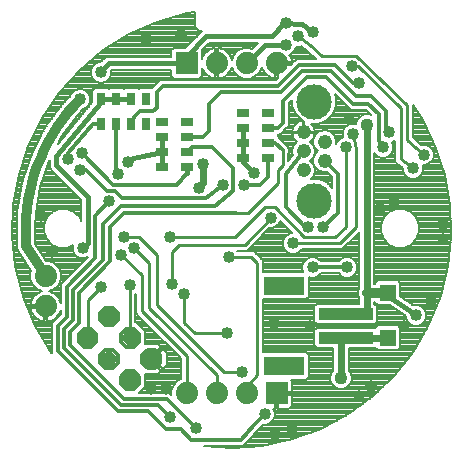
<source format=gbl>
G75*
G70*
%OFA0B0*%
%FSLAX24Y24*%
%IPPOS*%
%LPD*%
%AMOC8*
5,1,8,0,0,1.08239X$1,22.5*
%
%ADD10C,0.0740*%
%ADD11R,0.1811X0.0394*%
%ADD12R,0.1339X0.0630*%
%ADD13R,0.0551X0.0551*%
%ADD14C,0.0148*%
%ADD15C,0.0476*%
%ADD16C,0.1181*%
%ADD17R,0.0433X0.0295*%
%ADD18R,0.0295X0.0433*%
%ADD19R,0.0740X0.0740*%
%ADD20C,0.0400*%
%ADD21C,0.0160*%
%ADD22C,0.0082*%
%ADD23C,0.0100*%
%ADD24C,0.0240*%
%ADD25C,0.0436*%
%ADD26C,0.0320*%
%ADD27C,0.0120*%
D10*
X026000Y023000D03*
X027000Y023000D03*
X028000Y023000D03*
X021300Y025900D03*
X021300Y026900D03*
X027000Y034000D03*
X028000Y034000D03*
X029000Y034000D03*
D11*
X031307Y025644D03*
X031307Y024856D03*
D12*
X029259Y023911D03*
X029259Y026589D03*
D13*
X032700Y026348D03*
X032700Y024852D03*
D14*
X024870Y023922D02*
X024944Y023848D01*
X024698Y023848D01*
X024526Y024020D01*
X024526Y024266D01*
X024698Y024438D01*
X024944Y024438D01*
X025116Y024266D01*
X025116Y024020D01*
X024944Y023848D01*
X024898Y023959D01*
X024744Y023959D01*
X024637Y024066D01*
X024637Y024220D01*
X024744Y024327D01*
X024898Y024327D01*
X025005Y024220D01*
X025005Y024066D01*
X024898Y023959D01*
X024852Y024070D01*
X024790Y024070D01*
X024748Y024112D01*
X024748Y024174D01*
X024790Y024216D01*
X024852Y024216D01*
X024894Y024174D01*
X024894Y024112D01*
X024852Y024070D01*
X024163Y023215D02*
X024237Y023141D01*
X023991Y023141D01*
X023819Y023313D01*
X023819Y023559D01*
X023991Y023731D01*
X024237Y023731D01*
X024409Y023559D01*
X024409Y023313D01*
X024237Y023141D01*
X024191Y023252D01*
X024037Y023252D01*
X023930Y023359D01*
X023930Y023513D01*
X024037Y023620D01*
X024191Y023620D01*
X024298Y023513D01*
X024298Y023359D01*
X024191Y023252D01*
X024145Y023363D01*
X024083Y023363D01*
X024041Y023405D01*
X024041Y023467D01*
X024083Y023509D01*
X024145Y023509D01*
X024187Y023467D01*
X024187Y023405D01*
X024145Y023363D01*
X023456Y023922D02*
X023530Y023848D01*
X023284Y023848D01*
X023112Y024020D01*
X023112Y024266D01*
X023284Y024438D01*
X023530Y024438D01*
X023702Y024266D01*
X023702Y024020D01*
X023530Y023848D01*
X023484Y023959D01*
X023330Y023959D01*
X023223Y024066D01*
X023223Y024220D01*
X023330Y024327D01*
X023484Y024327D01*
X023591Y024220D01*
X023591Y024066D01*
X023484Y023959D01*
X023438Y024070D01*
X023376Y024070D01*
X023334Y024112D01*
X023334Y024174D01*
X023376Y024216D01*
X023438Y024216D01*
X023480Y024174D01*
X023480Y024112D01*
X023438Y024070D01*
X024163Y024629D02*
X024237Y024555D01*
X023991Y024555D01*
X023819Y024727D01*
X023819Y024973D01*
X023991Y025145D01*
X024237Y025145D01*
X024409Y024973D01*
X024409Y024727D01*
X024237Y024555D01*
X024191Y024666D01*
X024037Y024666D01*
X023930Y024773D01*
X023930Y024927D01*
X024037Y025034D01*
X024191Y025034D01*
X024298Y024927D01*
X024298Y024773D01*
X024191Y024666D01*
X024145Y024777D01*
X024083Y024777D01*
X024041Y024819D01*
X024041Y024881D01*
X024083Y024923D01*
X024145Y024923D01*
X024187Y024881D01*
X024187Y024819D01*
X024145Y024777D01*
X023456Y025336D02*
X023530Y025262D01*
X023284Y025262D01*
X023112Y025434D01*
X023112Y025680D01*
X023284Y025852D01*
X023530Y025852D01*
X023702Y025680D01*
X023702Y025434D01*
X023530Y025262D01*
X023484Y025373D01*
X023330Y025373D01*
X023223Y025480D01*
X023223Y025634D01*
X023330Y025741D01*
X023484Y025741D01*
X023591Y025634D01*
X023591Y025480D01*
X023484Y025373D01*
X023438Y025484D01*
X023376Y025484D01*
X023334Y025526D01*
X023334Y025588D01*
X023376Y025630D01*
X023438Y025630D01*
X023480Y025588D01*
X023480Y025526D01*
X023438Y025484D01*
X022749Y024629D02*
X022823Y024555D01*
X022577Y024555D01*
X022405Y024727D01*
X022405Y024973D01*
X022577Y025145D01*
X022823Y025145D01*
X022995Y024973D01*
X022995Y024727D01*
X022823Y024555D01*
X022777Y024666D01*
X022623Y024666D01*
X022516Y024773D01*
X022516Y024927D01*
X022623Y025034D01*
X022777Y025034D01*
X022884Y024927D01*
X022884Y024773D01*
X022777Y024666D01*
X022731Y024777D01*
X022669Y024777D01*
X022627Y024819D01*
X022627Y024881D01*
X022669Y024923D01*
X022731Y024923D01*
X022773Y024881D01*
X022773Y024819D01*
X022731Y024777D01*
D15*
X029896Y030440D03*
X030604Y030755D03*
X029896Y031070D03*
X029896Y031700D03*
X030604Y031385D03*
D16*
X030250Y032724D03*
X030250Y029416D03*
D17*
X028721Y030850D03*
X027879Y030850D03*
X027879Y031350D03*
X027879Y031850D03*
X027879Y032350D03*
X028721Y032350D03*
X028721Y031850D03*
X028721Y031350D03*
X026021Y031550D03*
X026021Y031050D03*
X026021Y030550D03*
X025179Y030550D03*
X025179Y031050D03*
X025179Y031550D03*
X025179Y032050D03*
X026021Y032050D03*
D18*
X024650Y031979D03*
X024150Y031979D03*
X023650Y031979D03*
X023150Y031979D03*
X023150Y032821D03*
X023650Y032821D03*
X024150Y032821D03*
X024650Y032821D03*
D19*
X026000Y034000D03*
X029000Y023000D03*
D20*
X028600Y022300D03*
X028950Y021650D03*
X029500Y021800D03*
X031750Y022900D03*
X032150Y023250D03*
X033250Y025250D03*
X033650Y025600D03*
X034150Y026050D03*
X034550Y028150D03*
X034550Y028650D03*
X032900Y029400D03*
X032450Y029150D03*
X033550Y030500D03*
X033900Y030950D03*
X032550Y031200D03*
X032750Y031700D03*
X031550Y031650D03*
X031300Y031200D03*
X031400Y032150D03*
X031750Y033350D03*
X031500Y033900D03*
X030200Y035050D03*
X029700Y034900D03*
X029300Y034600D03*
X029300Y035350D03*
X025800Y034950D03*
X024650Y034800D03*
X023150Y033700D03*
X022450Y032800D03*
X022500Y031000D03*
X022050Y030800D03*
X022450Y030450D03*
X023700Y030300D03*
X024050Y030700D03*
X023400Y029400D03*
X023900Y028200D03*
X024250Y027850D03*
X023800Y027600D03*
X024100Y026600D03*
X023150Y026550D03*
X022539Y027839D03*
X021500Y027700D03*
X021150Y028900D03*
X025450Y028200D03*
X025500Y026650D03*
X025913Y026300D03*
X027350Y025000D03*
X027850Y023700D03*
X028900Y025350D03*
X030100Y025250D03*
X030200Y027200D03*
X029550Y028000D03*
X030050Y028550D03*
X030550Y028550D03*
X028800Y028850D03*
X027900Y029950D03*
X028250Y030350D03*
X027200Y029950D03*
X026400Y029850D03*
X026550Y030650D03*
X027400Y027550D03*
X031350Y027200D03*
X025300Y023150D03*
X024800Y023150D03*
X025450Y022200D03*
X026300Y021850D03*
D21*
X032000Y025644D02*
X032000Y026348D01*
X032700Y026348D02*
X032700Y026250D01*
X033650Y025600D01*
X028250Y030350D02*
X027879Y030721D01*
X027879Y030850D01*
X027879Y031350D01*
X027879Y031850D01*
X026021Y030550D02*
X026021Y030350D01*
X025179Y030550D02*
X025179Y031050D01*
X024200Y030850D01*
X024050Y030700D01*
X025179Y031050D02*
X025179Y031550D01*
X024150Y032821D02*
X023650Y032821D01*
X023150Y032821D01*
X023150Y032700D01*
X021650Y030900D01*
X021650Y030600D01*
X022700Y029550D01*
X022700Y028000D01*
X022539Y027839D01*
X023150Y033700D02*
X023150Y033750D01*
X023400Y034000D01*
X026000Y034000D01*
X026000Y034250D01*
X026650Y034900D01*
X028850Y034900D01*
X029250Y035350D01*
X029850Y035300D01*
X030200Y035050D01*
X029300Y034600D02*
X028600Y034600D01*
X028000Y034000D01*
D22*
X028170Y034483D02*
X028102Y034511D01*
X027898Y034511D01*
X027711Y034433D01*
X027567Y034289D01*
X027498Y034122D01*
X027474Y034196D01*
X027437Y034268D01*
X027390Y034333D01*
X027333Y034390D01*
X027268Y034437D01*
X027196Y034474D01*
X027120Y034498D01*
X027041Y034511D01*
X027041Y034041D01*
X026959Y034041D01*
X026959Y034511D01*
X026880Y034498D01*
X026804Y034474D01*
X026732Y034437D01*
X026667Y034390D01*
X026610Y034333D01*
X026563Y034268D01*
X026526Y034196D01*
X026511Y034149D01*
X026511Y034428D01*
X026501Y034438D01*
X026742Y034679D01*
X028366Y034679D01*
X028170Y034483D01*
X028178Y034490D02*
X028152Y034490D01*
X028258Y034571D02*
X026633Y034571D01*
X026714Y034651D02*
X028339Y034651D01*
X027848Y034490D02*
X027145Y034490D01*
X027041Y034490D02*
X026959Y034490D01*
X026959Y034410D02*
X027041Y034410D01*
X027041Y034329D02*
X026959Y034329D01*
X026959Y034249D02*
X027041Y034249D01*
X027041Y034168D02*
X026959Y034168D01*
X026959Y034088D02*
X027041Y034088D01*
X027041Y033959D02*
X027041Y033489D01*
X027120Y033502D01*
X027196Y033526D01*
X027268Y033563D01*
X027333Y033610D01*
X027390Y033667D01*
X027437Y033732D01*
X027474Y033804D01*
X027498Y033878D01*
X027567Y033711D01*
X027711Y033567D01*
X027898Y033489D01*
X028102Y033489D01*
X028289Y033567D01*
X028433Y033711D01*
X028502Y033878D01*
X028526Y033804D01*
X028563Y033732D01*
X028610Y033667D01*
X028667Y033610D01*
X028732Y033563D01*
X028804Y033526D01*
X028880Y033502D01*
X028959Y033489D01*
X028959Y033959D01*
X029041Y033959D01*
X029041Y034041D01*
X029511Y034041D01*
X029498Y034120D01*
X029474Y034196D01*
X029437Y034268D01*
X029426Y034283D01*
X029493Y034311D01*
X029589Y034407D01*
X029641Y034532D01*
X029641Y034559D01*
X029768Y034559D01*
X029812Y034577D01*
X029980Y034452D01*
X030323Y034151D01*
X029667Y034151D01*
X029549Y034033D01*
X029475Y033959D01*
X029041Y033959D01*
X029041Y033525D01*
X028967Y033451D01*
X025117Y033451D01*
X024999Y033333D01*
X024845Y033179D01*
X024444Y033179D01*
X024400Y033135D01*
X024356Y033179D01*
X023944Y033179D01*
X023900Y033135D01*
X023856Y033179D01*
X023444Y033179D01*
X023400Y033135D01*
X023356Y033179D01*
X022944Y033179D01*
X022861Y033096D01*
X022861Y032699D01*
X021706Y031313D01*
X021821Y031534D01*
X022354Y032257D01*
X022559Y032476D01*
X022643Y032511D01*
X022739Y032607D01*
X022791Y032732D01*
X022791Y032868D01*
X022739Y032993D01*
X022643Y033089D01*
X022518Y033141D01*
X022382Y033141D01*
X022257Y033089D01*
X022161Y032993D01*
X022122Y032899D01*
X021884Y032664D01*
X021293Y031862D01*
X020835Y030978D01*
X020519Y030033D01*
X020354Y029051D01*
X020350Y028611D01*
X020349Y028610D01*
X020349Y028552D01*
X020348Y028493D01*
X020349Y028492D01*
X020349Y027932D01*
X020343Y027904D01*
X020349Y027872D01*
X020349Y027840D01*
X020360Y027814D01*
X020365Y027786D01*
X020383Y027759D01*
X020395Y027729D01*
X020415Y027709D01*
X020822Y027082D01*
X020789Y027002D01*
X020789Y026798D01*
X020867Y026611D01*
X021011Y026467D01*
X021178Y026398D01*
X021104Y026374D01*
X021032Y026337D01*
X020967Y026290D01*
X020910Y026233D01*
X020863Y026168D01*
X020826Y026096D01*
X020802Y026020D01*
X020789Y025941D01*
X021259Y025941D01*
X021259Y025859D01*
X021341Y025859D01*
X021341Y025389D01*
X021420Y025402D01*
X021496Y025426D01*
X021568Y025463D01*
X021633Y025510D01*
X021690Y025567D01*
X021737Y025632D01*
X021774Y025704D01*
X021798Y025780D01*
X021799Y025784D01*
X021799Y025633D01*
X021499Y025333D01*
X021499Y024330D01*
X021431Y024416D01*
X020921Y025302D01*
X020539Y026250D01*
X020293Y027243D01*
X020188Y028259D01*
X020225Y029281D01*
X020404Y030287D01*
X020722Y031259D01*
X021172Y032177D01*
X021745Y033023D01*
X022431Y033781D01*
X023216Y034436D01*
X024084Y034976D01*
X025019Y035389D01*
X026002Y035668D01*
X026289Y035718D01*
X026289Y035196D01*
X026401Y035085D01*
X026522Y035085D01*
X025948Y034511D01*
X025572Y034511D01*
X025489Y034428D01*
X025489Y034221D01*
X023308Y034221D01*
X023128Y034041D01*
X023082Y034041D01*
X022957Y033989D01*
X022861Y033893D01*
X022809Y033768D01*
X022809Y033632D01*
X022861Y033507D01*
X022957Y033411D01*
X023082Y033359D01*
X023218Y033359D01*
X023343Y033411D01*
X023439Y033507D01*
X023491Y033632D01*
X023491Y033768D01*
X023488Y033775D01*
X023492Y033779D01*
X025489Y033779D01*
X025489Y033572D01*
X025572Y033489D01*
X026428Y033489D01*
X026511Y033572D01*
X026511Y033851D01*
X026526Y033804D01*
X026563Y033732D01*
X026610Y033667D01*
X026667Y033610D01*
X026732Y033563D01*
X026804Y033526D01*
X026880Y033502D01*
X026959Y033489D01*
X026959Y033959D01*
X027041Y033959D01*
X027041Y033927D02*
X026959Y033927D01*
X026959Y033846D02*
X027041Y033846D01*
X027041Y033766D02*
X026959Y033766D01*
X026959Y033685D02*
X027041Y033685D01*
X027041Y033605D02*
X026959Y033605D01*
X026959Y033524D02*
X027041Y033524D01*
X027189Y033524D02*
X027814Y033524D01*
X027673Y033605D02*
X027325Y033605D01*
X027403Y033685D02*
X027592Y033685D01*
X027544Y033766D02*
X027454Y033766D01*
X027487Y033846D02*
X027511Y033846D01*
X027517Y034168D02*
X027483Y034168D01*
X027447Y034249D02*
X027550Y034249D01*
X027606Y034329D02*
X027393Y034329D01*
X027306Y034410D02*
X027687Y034410D01*
X028489Y033846D02*
X028513Y033846D01*
X028546Y033766D02*
X028456Y033766D01*
X028408Y033685D02*
X028597Y033685D01*
X028675Y033605D02*
X028327Y033605D01*
X028186Y033524D02*
X028811Y033524D01*
X028959Y033524D02*
X029040Y033524D01*
X029041Y033605D02*
X028959Y033605D01*
X028959Y033685D02*
X029041Y033685D01*
X029041Y033766D02*
X028959Y033766D01*
X028959Y033846D02*
X029041Y033846D01*
X029041Y033927D02*
X028959Y033927D01*
X029041Y034007D02*
X029523Y034007D01*
X029503Y034088D02*
X029603Y034088D01*
X029483Y034168D02*
X030304Y034168D01*
X030212Y034249D02*
X029447Y034249D01*
X029511Y034329D02*
X030120Y034329D01*
X030028Y034410D02*
X029590Y034410D01*
X029624Y034490D02*
X029928Y034490D01*
X029821Y034571D02*
X029796Y034571D01*
X029518Y032784D02*
X029401Y032667D01*
X029401Y031917D01*
X029283Y031799D01*
X029133Y031649D01*
X029079Y031649D01*
X029079Y031644D01*
X029035Y031600D01*
X029079Y031556D01*
X029079Y031505D01*
X029401Y031183D01*
X029401Y031017D01*
X029391Y031007D01*
X029391Y030760D01*
X029538Y030944D01*
X029517Y030995D01*
X029517Y031145D01*
X029574Y031285D01*
X029679Y031389D01*
X029654Y031405D01*
X029601Y031458D01*
X029560Y031520D01*
X029531Y031589D01*
X029517Y031663D01*
X029517Y031682D01*
X029878Y031682D01*
X029878Y031718D01*
X029878Y032079D01*
X029858Y032079D01*
X029785Y032064D01*
X029716Y032036D01*
X029654Y031994D01*
X029601Y031942D01*
X029560Y031879D01*
X029531Y031811D01*
X029517Y031737D01*
X029517Y031718D01*
X029878Y031718D01*
X029914Y031718D01*
X030275Y031718D01*
X030275Y031737D01*
X030260Y031811D01*
X030232Y031879D01*
X030190Y031942D01*
X030140Y031992D01*
X030396Y031992D01*
X030664Y032103D01*
X030870Y032309D01*
X030982Y032578D01*
X030982Y032869D01*
X030935Y032980D01*
X031349Y032567D01*
X031467Y032449D01*
X031967Y032449D01*
X032132Y032284D01*
X032071Y032309D01*
X031929Y032309D01*
X031797Y032254D01*
X031696Y032153D01*
X031641Y032021D01*
X031641Y031981D01*
X031618Y031991D01*
X031482Y031991D01*
X031357Y031939D01*
X031261Y031843D01*
X031209Y031718D01*
X031209Y031582D01*
X031227Y031539D01*
X031107Y031489D01*
X031011Y031393D01*
X030983Y031327D01*
X030983Y031460D01*
X030926Y031600D01*
X030819Y031706D01*
X030680Y031764D01*
X030529Y031764D01*
X030390Y031706D01*
X030283Y031600D01*
X030225Y031460D01*
X030225Y031310D01*
X030283Y031170D01*
X030383Y031070D01*
X030283Y030970D01*
X030225Y030830D01*
X030225Y030680D01*
X030283Y030540D01*
X030390Y030434D01*
X030529Y030376D01*
X030680Y030376D01*
X030693Y030382D01*
X030849Y030226D01*
X030849Y029852D01*
X030664Y030037D01*
X030396Y030148D01*
X030140Y030148D01*
X030217Y030225D01*
X030275Y030365D01*
X030275Y030515D01*
X030217Y030655D01*
X030117Y030755D01*
X030217Y030855D01*
X030275Y030995D01*
X030275Y031145D01*
X030217Y031285D01*
X030113Y031389D01*
X030137Y031405D01*
X030190Y031458D01*
X030232Y031520D01*
X030260Y031589D01*
X030275Y031663D01*
X030275Y031682D01*
X029914Y031682D01*
X029914Y031718D01*
X029914Y032071D01*
X029836Y032103D01*
X029630Y032309D01*
X029518Y032578D01*
X029518Y032784D01*
X029518Y032719D02*
X029453Y032719D01*
X029401Y032639D02*
X029518Y032639D01*
X029527Y032558D02*
X029401Y032558D01*
X029401Y032478D02*
X029560Y032478D01*
X029593Y032397D02*
X029401Y032397D01*
X029401Y032317D02*
X029627Y032317D01*
X029703Y032236D02*
X029401Y032236D01*
X029401Y032156D02*
X029783Y032156D01*
X029839Y032075D02*
X029401Y032075D01*
X029401Y031995D02*
X029654Y031995D01*
X029583Y031914D02*
X029398Y031914D01*
X029318Y031834D02*
X029541Y031834D01*
X029520Y031753D02*
X029237Y031753D01*
X029157Y031673D02*
X029517Y031673D01*
X029531Y031592D02*
X029043Y031592D01*
X029079Y031512D02*
X029566Y031512D01*
X029628Y031431D02*
X029153Y031431D01*
X029234Y031351D02*
X029640Y031351D01*
X029568Y031270D02*
X029314Y031270D01*
X029395Y031190D02*
X029535Y031190D01*
X029517Y031109D02*
X029401Y031109D01*
X029401Y031029D02*
X029517Y031029D01*
X029536Y030948D02*
X029391Y030948D01*
X029391Y030868D02*
X029477Y030868D01*
X029412Y030787D02*
X029391Y030787D01*
X030149Y030787D02*
X030225Y030787D01*
X030225Y030707D02*
X030165Y030707D01*
X030229Y030626D02*
X030247Y030626D01*
X030262Y030546D02*
X030281Y030546D01*
X030275Y030465D02*
X030358Y030465D01*
X030275Y030385D02*
X030508Y030385D01*
X030407Y030143D02*
X030849Y030143D01*
X030849Y030063D02*
X030602Y030063D01*
X030719Y029982D02*
X030849Y029982D01*
X030849Y029902D02*
X030799Y029902D01*
X030849Y030224D02*
X030215Y030224D01*
X030250Y030304D02*
X030771Y030304D01*
X030241Y030868D02*
X030222Y030868D01*
X030256Y030948D02*
X030274Y030948D01*
X030275Y031029D02*
X030342Y031029D01*
X030344Y031109D02*
X030275Y031109D01*
X030275Y031190D02*
X030256Y031190D01*
X030242Y031270D02*
X030223Y031270D01*
X030225Y031351D02*
X030151Y031351D01*
X030163Y031431D02*
X030225Y031431D01*
X030226Y031512D02*
X030246Y031512D01*
X030261Y031592D02*
X030280Y031592D01*
X030275Y031673D02*
X030356Y031673D01*
X030272Y031753D02*
X030502Y031753D01*
X030706Y031753D02*
X031224Y031753D01*
X031209Y031673D02*
X030853Y031673D01*
X030929Y031592D02*
X031209Y031592D01*
X031161Y031512D02*
X030962Y031512D01*
X030983Y031431D02*
X031049Y031431D01*
X030993Y031351D02*
X030983Y031351D01*
X031257Y031834D02*
X030251Y031834D01*
X030209Y031914D02*
X031332Y031914D01*
X031641Y031995D02*
X030402Y031995D01*
X030596Y032075D02*
X031663Y032075D01*
X031698Y032156D02*
X030717Y032156D01*
X030797Y032236D02*
X031778Y032236D01*
X032019Y032397D02*
X030907Y032397D01*
X030940Y032478D02*
X031438Y032478D01*
X031358Y032558D02*
X030973Y032558D01*
X030982Y032639D02*
X031277Y032639D01*
X031197Y032719D02*
X030982Y032719D01*
X030982Y032800D02*
X031116Y032800D01*
X031036Y032880D02*
X030977Y032880D01*
X030955Y032961D02*
X030944Y032961D01*
X030873Y032317D02*
X032099Y032317D01*
X032848Y031372D02*
X032943Y031411D01*
X032959Y031427D01*
X032959Y030864D01*
X032950Y030851D01*
X032959Y030786D01*
X032959Y030721D01*
X032970Y030710D01*
X032972Y030695D01*
X033025Y030655D01*
X033071Y030609D01*
X033086Y030609D01*
X033209Y030517D01*
X033209Y030432D01*
X033261Y030307D01*
X033357Y030211D01*
X033482Y030159D01*
X033618Y030159D01*
X033743Y030211D01*
X033839Y030307D01*
X033891Y030432D01*
X033891Y030568D01*
X033874Y030609D01*
X033968Y030609D01*
X034093Y030661D01*
X034189Y030757D01*
X034241Y030882D01*
X034241Y031018D01*
X034189Y031143D01*
X034093Y031239D01*
X033968Y031291D01*
X033832Y031291D01*
X033816Y031284D01*
X033541Y031534D01*
X033541Y032523D01*
X033542Y032524D01*
X033541Y032601D01*
X033541Y032612D01*
X033836Y032177D01*
X034286Y031259D01*
X034603Y030287D01*
X034783Y029281D01*
X034820Y028259D01*
X034714Y027243D01*
X034468Y026250D01*
X034087Y025302D01*
X033576Y024416D01*
X032948Y023610D01*
X032213Y022900D01*
X031386Y022298D01*
X030484Y021818D01*
X029524Y021468D01*
X028524Y021255D01*
X027504Y021184D01*
X026574Y021249D01*
X027723Y021249D01*
X027727Y021245D01*
X027805Y021249D01*
X027883Y021249D01*
X027888Y021253D01*
X027894Y021254D01*
X027946Y021312D01*
X028001Y021367D01*
X028001Y021373D01*
X028396Y021812D01*
X028543Y021959D01*
X028668Y021959D01*
X028793Y022011D01*
X028889Y022107D01*
X028941Y022232D01*
X028941Y022368D01*
X028891Y022489D01*
X028959Y022489D01*
X028959Y022959D01*
X029041Y022959D01*
X029041Y023041D01*
X029511Y023041D01*
X029511Y023389D01*
X029501Y023424D01*
X029483Y023455D01*
X029987Y023455D01*
X030070Y023538D01*
X030070Y024285D01*
X029987Y024367D01*
X028541Y024367D01*
X028541Y026133D01*
X029987Y026133D01*
X030070Y026215D01*
X030070Y026885D01*
X030132Y026859D01*
X030268Y026859D01*
X030393Y026911D01*
X030481Y026999D01*
X031069Y026999D01*
X031157Y026911D01*
X031282Y026859D01*
X031418Y026859D01*
X031543Y026911D01*
X031639Y027007D01*
X031691Y027132D01*
X031691Y027268D01*
X031639Y027393D01*
X031543Y027489D01*
X031418Y027541D01*
X031282Y027541D01*
X031157Y027489D01*
X031069Y027401D01*
X030481Y027401D01*
X030393Y027489D01*
X030268Y027541D01*
X030132Y027541D01*
X030007Y027489D01*
X029911Y027393D01*
X029859Y027268D01*
X029859Y027132D01*
X029895Y027045D01*
X028541Y027045D01*
X028541Y027429D01*
X028341Y027629D01*
X028229Y027741D01*
X027690Y027741D01*
X027689Y027743D01*
X027673Y027759D01*
X027874Y027759D01*
X027876Y027757D01*
X027953Y027759D01*
X028029Y027759D01*
X028031Y027761D01*
X028035Y027761D01*
X028087Y027817D01*
X028141Y027871D01*
X028141Y027874D01*
X028741Y028509D01*
X028868Y028509D01*
X028993Y028561D01*
X029089Y028657D01*
X029124Y028740D01*
X029503Y028341D01*
X029482Y028341D01*
X029357Y028289D01*
X029261Y028193D01*
X029209Y028068D01*
X029209Y027932D01*
X029261Y027807D01*
X029357Y027711D01*
X029482Y027659D01*
X029618Y027659D01*
X029743Y027711D01*
X029839Y027807D01*
X029840Y027809D01*
X031179Y027809D01*
X031729Y028359D01*
X031739Y028369D01*
X031739Y026504D01*
X031699Y026408D01*
X031699Y026288D01*
X031739Y026192D01*
X031739Y025982D01*
X030343Y025982D01*
X030260Y025899D01*
X030260Y025388D01*
X030343Y025306D01*
X032271Y025306D01*
X032353Y025388D01*
X032353Y025899D01*
X032271Y025982D01*
X032261Y025982D01*
X032261Y026047D01*
X032283Y026047D01*
X032283Y026014D01*
X032366Y025931D01*
X032774Y025931D01*
X033309Y025566D01*
X033309Y025532D01*
X033361Y025407D01*
X033457Y025311D01*
X033582Y025259D01*
X033718Y025259D01*
X033843Y025311D01*
X033939Y025407D01*
X033991Y025532D01*
X033991Y025668D01*
X033939Y025793D01*
X033843Y025889D01*
X033718Y025941D01*
X033582Y025941D01*
X033558Y025931D01*
X033117Y026233D01*
X033117Y026682D01*
X033034Y026765D01*
X032366Y026765D01*
X032283Y026682D01*
X032283Y026649D01*
X032261Y026649D01*
X032261Y031007D01*
X032357Y030911D01*
X032482Y030859D01*
X032618Y030859D01*
X032743Y030911D01*
X032839Y031007D01*
X032891Y031132D01*
X032891Y031268D01*
X032848Y031372D01*
X032857Y031351D02*
X032959Y031351D01*
X032959Y031270D02*
X032890Y031270D01*
X032891Y031190D02*
X032959Y031190D01*
X032959Y031109D02*
X032881Y031109D01*
X032848Y031029D02*
X032959Y031029D01*
X032959Y030948D02*
X032780Y030948D01*
X032639Y030868D02*
X032959Y030868D01*
X032959Y030787D02*
X032261Y030787D01*
X032261Y030707D02*
X032970Y030707D01*
X033054Y030626D02*
X032261Y030626D01*
X032261Y030546D02*
X033171Y030546D01*
X033209Y030465D02*
X032261Y030465D01*
X032261Y030385D02*
X033229Y030385D01*
X033264Y030304D02*
X032261Y030304D01*
X032261Y030224D02*
X033344Y030224D01*
X033756Y030224D02*
X034615Y030224D01*
X034598Y030304D02*
X033836Y030304D01*
X033871Y030385D02*
X034572Y030385D01*
X034545Y030465D02*
X033891Y030465D01*
X033891Y030546D02*
X034519Y030546D01*
X034493Y030626D02*
X034009Y030626D01*
X034139Y030707D02*
X034466Y030707D01*
X034440Y030787D02*
X034202Y030787D01*
X034235Y030868D02*
X034414Y030868D01*
X034387Y030948D02*
X034241Y030948D01*
X034237Y031029D02*
X034361Y031029D01*
X034335Y031109D02*
X034203Y031109D01*
X034143Y031190D02*
X034308Y031190D01*
X034280Y031270D02*
X034018Y031270D01*
X034241Y031351D02*
X033743Y031351D01*
X033655Y031431D02*
X034201Y031431D01*
X034162Y031512D02*
X033566Y031512D01*
X033541Y031592D02*
X034122Y031592D01*
X034083Y031673D02*
X033541Y031673D01*
X033541Y031753D02*
X034044Y031753D01*
X034004Y031834D02*
X033541Y031834D01*
X033541Y031914D02*
X033965Y031914D01*
X033925Y031995D02*
X033541Y031995D01*
X033541Y032075D02*
X033886Y032075D01*
X033846Y032156D02*
X033541Y032156D01*
X033541Y032236D02*
X033796Y032236D01*
X033741Y032317D02*
X033541Y032317D01*
X033541Y032397D02*
X033687Y032397D01*
X033632Y032478D02*
X033541Y032478D01*
X033542Y032558D02*
X033577Y032558D01*
X032320Y030948D02*
X032261Y030948D01*
X032261Y030868D02*
X032461Y030868D01*
X032261Y030143D02*
X034629Y030143D01*
X034643Y030063D02*
X032261Y030063D01*
X032261Y029982D02*
X034658Y029982D01*
X034672Y029902D02*
X032261Y029902D01*
X032261Y029821D02*
X034686Y029821D01*
X034701Y029741D02*
X032261Y029741D01*
X032261Y029660D02*
X034715Y029660D01*
X034729Y029580D02*
X032261Y029580D01*
X032261Y029499D02*
X034744Y029499D01*
X034758Y029419D02*
X032261Y029419D01*
X032261Y029338D02*
X034772Y029338D01*
X034783Y029258D02*
X032261Y029258D01*
X032261Y029177D02*
X034786Y029177D01*
X034789Y029097D02*
X033345Y029097D01*
X033238Y029141D02*
X033473Y029043D01*
X033653Y028863D01*
X033751Y028628D01*
X033751Y028372D01*
X034816Y028372D01*
X034819Y028292D02*
X033717Y028292D01*
X033684Y028211D02*
X034815Y028211D01*
X034807Y028131D02*
X033647Y028131D01*
X033653Y028137D02*
X033751Y028372D01*
X033751Y028453D02*
X034813Y028453D01*
X034810Y028533D02*
X033751Y028533D01*
X033751Y028614D02*
X034807Y028614D01*
X034804Y028694D02*
X033723Y028694D01*
X033690Y028775D02*
X034801Y028775D01*
X034798Y028855D02*
X033657Y028855D01*
X033581Y028936D02*
X034795Y028936D01*
X034792Y029016D02*
X033500Y029016D01*
X033238Y029141D02*
X032982Y029141D01*
X032747Y029043D01*
X032567Y028863D01*
X032469Y028628D01*
X032469Y028372D01*
X032261Y028372D01*
X032261Y028292D02*
X032503Y028292D01*
X032536Y028211D02*
X032261Y028211D01*
X032261Y028131D02*
X032573Y028131D01*
X032567Y028137D02*
X032747Y027957D01*
X032982Y027859D01*
X033238Y027859D01*
X033473Y027957D01*
X033653Y028137D01*
X033567Y028050D02*
X034798Y028050D01*
X034790Y027970D02*
X033486Y027970D01*
X033310Y027889D02*
X034781Y027889D01*
X034773Y027809D02*
X032261Y027809D01*
X032261Y027889D02*
X032910Y027889D01*
X032734Y027970D02*
X032261Y027970D01*
X032261Y028050D02*
X032653Y028050D01*
X032567Y028137D02*
X032469Y028372D01*
X032469Y028453D02*
X032261Y028453D01*
X032261Y028533D02*
X032469Y028533D01*
X032469Y028614D02*
X032261Y028614D01*
X032261Y028694D02*
X032497Y028694D01*
X032530Y028775D02*
X032261Y028775D01*
X032261Y028855D02*
X032563Y028855D01*
X032639Y028936D02*
X032261Y028936D01*
X032261Y029016D02*
X032720Y029016D01*
X032875Y029097D02*
X032261Y029097D01*
X031739Y028292D02*
X031662Y028292D01*
X031739Y028211D02*
X031581Y028211D01*
X031501Y028131D02*
X031739Y028131D01*
X031739Y028050D02*
X031420Y028050D01*
X031340Y027970D02*
X031739Y027970D01*
X031739Y027889D02*
X031259Y027889D01*
X031154Y027487D02*
X030396Y027487D01*
X030476Y027406D02*
X031074Y027406D01*
X031546Y027487D02*
X031739Y027487D01*
X031739Y027567D02*
X028403Y027567D01*
X028484Y027487D02*
X030004Y027487D01*
X029924Y027406D02*
X028541Y027406D01*
X028541Y027326D02*
X029883Y027326D01*
X029859Y027245D02*
X028541Y027245D01*
X028541Y027165D02*
X029859Y027165D01*
X029879Y027084D02*
X028541Y027084D01*
X028323Y027648D02*
X031739Y027648D01*
X031739Y027728D02*
X029760Y027728D01*
X029840Y027809D02*
X031739Y027809D01*
X031739Y027406D02*
X031626Y027406D01*
X031667Y027326D02*
X031739Y027326D01*
X031739Y027245D02*
X031691Y027245D01*
X031691Y027165D02*
X031739Y027165D01*
X031739Y027084D02*
X031671Y027084D01*
X031636Y027004D02*
X031739Y027004D01*
X031739Y026923D02*
X031555Y026923D01*
X031739Y026843D02*
X030070Y026843D01*
X030070Y026762D02*
X031739Y026762D01*
X031739Y026682D02*
X030070Y026682D01*
X030070Y026601D02*
X031739Y026601D01*
X031739Y026521D02*
X030070Y026521D01*
X030070Y026440D02*
X031712Y026440D01*
X031699Y026360D02*
X030070Y026360D01*
X030070Y026279D02*
X031703Y026279D01*
X031736Y026199D02*
X030053Y026199D01*
X030318Y025957D02*
X028541Y025957D01*
X028541Y025877D02*
X030260Y025877D01*
X030260Y025796D02*
X028541Y025796D01*
X028541Y025716D02*
X030260Y025716D01*
X030260Y025635D02*
X028541Y025635D01*
X028541Y025555D02*
X030260Y025555D01*
X030260Y025474D02*
X028541Y025474D01*
X028541Y025394D02*
X030260Y025394D01*
X030336Y025313D02*
X028541Y025313D01*
X028541Y025233D02*
X032330Y025233D01*
X032366Y025269D02*
X032283Y025186D01*
X032283Y025181D01*
X032271Y025194D01*
X030343Y025194D01*
X030260Y025112D01*
X030260Y024601D01*
X030343Y024518D01*
X030889Y024518D01*
X030889Y023747D01*
X030846Y023703D01*
X030845Y023703D02*
X030070Y023703D01*
X030070Y023623D02*
X030812Y023623D01*
X030791Y023571D02*
X030791Y023429D01*
X030846Y023297D01*
X030947Y023196D01*
X031079Y023141D01*
X031221Y023141D01*
X031353Y023196D01*
X031454Y023297D01*
X031509Y023429D01*
X031509Y023571D01*
X031454Y023703D01*
X031455Y023703D02*
X033020Y023703D01*
X032957Y023623D02*
X031488Y023623D01*
X031509Y023542D02*
X032877Y023542D01*
X032794Y023462D02*
X031509Y023462D01*
X031489Y023381D02*
X032711Y023381D01*
X032627Y023301D02*
X031456Y023301D01*
X031378Y023220D02*
X032544Y023220D01*
X032461Y023140D02*
X029511Y023140D01*
X029511Y023220D02*
X030922Y023220D01*
X030844Y023301D02*
X029511Y023301D01*
X029511Y023381D02*
X030811Y023381D01*
X030791Y023462D02*
X029993Y023462D01*
X030070Y023542D02*
X030791Y023542D01*
X030791Y023571D02*
X030846Y023703D01*
X030889Y023784D02*
X030070Y023784D01*
X030070Y023864D02*
X030889Y023864D01*
X030889Y023945D02*
X030070Y023945D01*
X030070Y024025D02*
X030889Y024025D01*
X030889Y024106D02*
X030070Y024106D01*
X030070Y024186D02*
X030889Y024186D01*
X030889Y024267D02*
X030070Y024267D01*
X030007Y024347D02*
X030889Y024347D01*
X030889Y024428D02*
X028541Y024428D01*
X028541Y024508D02*
X030889Y024508D01*
X031411Y024508D02*
X032293Y024508D01*
X032283Y024518D02*
X032366Y024435D01*
X033034Y024435D01*
X033117Y024518D01*
X033117Y025186D01*
X033034Y025269D01*
X032366Y025269D01*
X032278Y025313D02*
X033455Y025313D01*
X033374Y025394D02*
X032353Y025394D01*
X032353Y025474D02*
X033333Y025474D01*
X033309Y025555D02*
X032353Y025555D01*
X032353Y025635D02*
X033207Y025635D01*
X033090Y025716D02*
X032353Y025716D01*
X032353Y025796D02*
X032972Y025796D01*
X032854Y025877D02*
X032353Y025877D01*
X032340Y025957D02*
X032295Y025957D01*
X032283Y026038D02*
X032261Y026038D01*
X031739Y026038D02*
X028541Y026038D01*
X028541Y026118D02*
X031739Y026118D01*
X032261Y026682D02*
X032283Y026682D01*
X032261Y026762D02*
X032363Y026762D01*
X032261Y026843D02*
X034615Y026843D01*
X034635Y026923D02*
X032261Y026923D01*
X032261Y027004D02*
X034655Y027004D01*
X034675Y027084D02*
X032261Y027084D01*
X032261Y027165D02*
X034695Y027165D01*
X034715Y027245D02*
X032261Y027245D01*
X032261Y027326D02*
X034723Y027326D01*
X034731Y027406D02*
X032261Y027406D01*
X032261Y027487D02*
X034740Y027487D01*
X034748Y027567D02*
X032261Y027567D01*
X032261Y027648D02*
X034756Y027648D01*
X034765Y027728D02*
X032261Y027728D01*
X033037Y026762D02*
X034595Y026762D01*
X034575Y026682D02*
X033117Y026682D01*
X033117Y026601D02*
X034555Y026601D01*
X034535Y026521D02*
X033117Y026521D01*
X033117Y026440D02*
X034515Y026440D01*
X034496Y026360D02*
X033117Y026360D01*
X033117Y026279D02*
X034476Y026279D01*
X034468Y026250D02*
X034468Y026250D01*
X034448Y026199D02*
X033167Y026199D01*
X033284Y026118D02*
X034415Y026118D01*
X034383Y026038D02*
X033402Y026038D01*
X033520Y025957D02*
X034350Y025957D01*
X034318Y025877D02*
X033856Y025877D01*
X033936Y025796D02*
X034285Y025796D01*
X034253Y025716D02*
X033971Y025716D01*
X033991Y025635D02*
X034221Y025635D01*
X034188Y025555D02*
X033991Y025555D01*
X033967Y025474D02*
X034156Y025474D01*
X034123Y025394D02*
X033926Y025394D01*
X033845Y025313D02*
X034091Y025313D01*
X034046Y025233D02*
X033070Y025233D01*
X033117Y025152D02*
X034000Y025152D01*
X033954Y025072D02*
X033117Y025072D01*
X033117Y024991D02*
X033907Y024991D01*
X033861Y024911D02*
X033117Y024911D01*
X033117Y024830D02*
X033815Y024830D01*
X033768Y024750D02*
X033117Y024750D01*
X033117Y024669D02*
X033722Y024669D01*
X033676Y024589D02*
X033117Y024589D01*
X033107Y024508D02*
X033629Y024508D01*
X033583Y024428D02*
X031411Y024428D01*
X031411Y024347D02*
X033522Y024347D01*
X033460Y024267D02*
X031411Y024267D01*
X031411Y024186D02*
X033397Y024186D01*
X033334Y024106D02*
X031411Y024106D01*
X031411Y024025D02*
X033271Y024025D01*
X033208Y023945D02*
X031411Y023945D01*
X031411Y023864D02*
X033146Y023864D01*
X033083Y023784D02*
X031411Y023784D01*
X031411Y023747D02*
X031411Y024518D01*
X032271Y024518D01*
X032283Y024531D01*
X032283Y024518D01*
X031454Y023703D02*
X031411Y023747D01*
X032295Y022979D02*
X029041Y022979D01*
X029041Y022959D02*
X029511Y022959D01*
X029511Y022611D01*
X029501Y022576D01*
X029502Y022576D02*
X031768Y022576D01*
X031657Y022496D02*
X029413Y022496D01*
X029424Y022499D02*
X029457Y022517D01*
X029483Y022543D01*
X029501Y022576D01*
X029511Y022657D02*
X031879Y022657D01*
X031989Y022737D02*
X029511Y022737D01*
X029511Y022818D02*
X032100Y022818D01*
X032211Y022898D02*
X029511Y022898D01*
X029511Y023059D02*
X032378Y023059D01*
X031547Y022415D02*
X028921Y022415D01*
X028941Y022335D02*
X031436Y022335D01*
X031303Y022254D02*
X028941Y022254D01*
X028917Y022174D02*
X031152Y022174D01*
X031001Y022093D02*
X028875Y022093D01*
X028795Y022013D02*
X030849Y022013D01*
X030698Y021932D02*
X028516Y021932D01*
X028436Y021852D02*
X030547Y021852D01*
X030355Y021771D02*
X028359Y021771D01*
X028287Y021691D02*
X030134Y021691D01*
X029913Y021610D02*
X028214Y021610D01*
X028142Y021530D02*
X029692Y021530D01*
X029434Y021449D02*
X028070Y021449D01*
X028001Y021369D02*
X029056Y021369D01*
X028677Y021288D02*
X027925Y021288D01*
X027841Y021208D02*
X027167Y021208D01*
X028959Y022496D02*
X029041Y022496D01*
X029041Y022489D02*
X029389Y022489D01*
X029424Y022499D01*
X029041Y022489D02*
X029041Y022959D01*
X029041Y022898D02*
X028959Y022898D01*
X028959Y022818D02*
X029041Y022818D01*
X029041Y022737D02*
X028959Y022737D01*
X028959Y022657D02*
X029041Y022657D01*
X029041Y022576D02*
X028959Y022576D01*
X028541Y024589D02*
X030273Y024589D01*
X030260Y024669D02*
X028541Y024669D01*
X028541Y024750D02*
X030260Y024750D01*
X030260Y024830D02*
X028541Y024830D01*
X028541Y024911D02*
X030260Y024911D01*
X030260Y024991D02*
X028541Y024991D01*
X028541Y025072D02*
X030260Y025072D01*
X030301Y025152D02*
X028541Y025152D01*
X030405Y026923D02*
X031145Y026923D01*
X029340Y027728D02*
X028242Y027728D01*
X028079Y027809D02*
X029260Y027809D01*
X029227Y027889D02*
X028155Y027889D01*
X028231Y027970D02*
X029209Y027970D01*
X029209Y028050D02*
X028307Y028050D01*
X028383Y028131D02*
X029235Y028131D01*
X029279Y028211D02*
X028459Y028211D01*
X028535Y028292D02*
X029363Y028292D01*
X029473Y028372D02*
X028611Y028372D01*
X028687Y028453D02*
X029397Y028453D01*
X029320Y028533D02*
X028926Y028533D01*
X029046Y028614D02*
X029244Y028614D01*
X029167Y028694D02*
X029105Y028694D01*
X029878Y031753D02*
X029914Y031753D01*
X029914Y031834D02*
X029878Y031834D01*
X029878Y031914D02*
X029914Y031914D01*
X029914Y031995D02*
X029878Y031995D01*
X029878Y032075D02*
X029904Y032075D01*
X026811Y033524D02*
X026464Y033524D01*
X026511Y033605D02*
X026675Y033605D01*
X026597Y033685D02*
X026511Y033685D01*
X026511Y033766D02*
X026546Y033766D01*
X026513Y033846D02*
X026511Y033846D01*
X026511Y034168D02*
X026517Y034168D01*
X026511Y034249D02*
X026553Y034249D01*
X026511Y034329D02*
X026607Y034329D01*
X026694Y034410D02*
X026511Y034410D01*
X026553Y034490D02*
X026855Y034490D01*
X026411Y034973D02*
X024080Y034973D01*
X023950Y034893D02*
X026330Y034893D01*
X026250Y034812D02*
X023820Y034812D01*
X023691Y034732D02*
X026169Y034732D01*
X026089Y034651D02*
X023561Y034651D01*
X023432Y034571D02*
X026008Y034571D01*
X025551Y034490D02*
X023302Y034490D01*
X023184Y034410D02*
X025489Y034410D01*
X025489Y034329D02*
X023087Y034329D01*
X022991Y034249D02*
X025489Y034249D01*
X025489Y033766D02*
X023491Y033766D01*
X023491Y033685D02*
X025489Y033685D01*
X025489Y033605D02*
X023480Y033605D01*
X023446Y033524D02*
X025536Y033524D01*
X025109Y033444D02*
X023376Y033444D01*
X023228Y033363D02*
X025029Y033363D01*
X024999Y033333D02*
X024999Y033333D01*
X024948Y033283D02*
X021980Y033283D01*
X022053Y033363D02*
X023072Y033363D01*
X022924Y033444D02*
X022126Y033444D01*
X022199Y033524D02*
X022854Y033524D01*
X022820Y033605D02*
X022271Y033605D01*
X022344Y033685D02*
X022809Y033685D01*
X022809Y033766D02*
X022417Y033766D01*
X022509Y033846D02*
X022841Y033846D01*
X022894Y033927D02*
X022605Y033927D01*
X022702Y034007D02*
X023000Y034007D01*
X022894Y034168D02*
X023256Y034168D01*
X023175Y034088D02*
X022798Y034088D01*
X022887Y033122D02*
X022565Y033122D01*
X022691Y033041D02*
X022861Y033041D01*
X022861Y032961D02*
X022753Y032961D01*
X022786Y032880D02*
X022861Y032880D01*
X022861Y032800D02*
X022791Y032800D01*
X022786Y032719D02*
X022861Y032719D01*
X022811Y032639D02*
X022752Y032639D01*
X022744Y032558D02*
X022690Y032558D01*
X022677Y032478D02*
X022563Y032478D01*
X022610Y032397D02*
X022485Y032397D01*
X022543Y032317D02*
X022410Y032317D01*
X022476Y032236D02*
X022339Y032236D01*
X022279Y032156D02*
X022409Y032156D01*
X022342Y032075D02*
X022220Y032075D01*
X022274Y031995D02*
X022161Y031995D01*
X022207Y031914D02*
X022101Y031914D01*
X022140Y031834D02*
X022042Y031834D01*
X022073Y031753D02*
X021983Y031753D01*
X022006Y031673D02*
X021923Y031673D01*
X021939Y031592D02*
X021864Y031592D01*
X021872Y031512D02*
X021810Y031512D01*
X021805Y031431D02*
X021768Y031431D01*
X021738Y031351D02*
X021726Y031351D01*
X021195Y031673D02*
X020925Y031673D01*
X020964Y031753D02*
X021237Y031753D01*
X021279Y031834D02*
X021004Y031834D01*
X021043Y031914D02*
X021332Y031914D01*
X021293Y031862D02*
X021293Y031862D01*
X021391Y031995D02*
X021083Y031995D01*
X021122Y032075D02*
X021450Y032075D01*
X021510Y032156D02*
X021162Y032156D01*
X021212Y032236D02*
X021569Y032236D01*
X021628Y032317D02*
X021267Y032317D01*
X021321Y032397D02*
X021688Y032397D01*
X021747Y032478D02*
X021376Y032478D01*
X021430Y032558D02*
X021806Y032558D01*
X021866Y032639D02*
X021485Y032639D01*
X021540Y032719D02*
X021940Y032719D01*
X021884Y032664D02*
X021884Y032664D01*
X022021Y032800D02*
X021594Y032800D01*
X021649Y032880D02*
X022103Y032880D01*
X022147Y032961D02*
X021703Y032961D01*
X021762Y033041D02*
X022209Y033041D01*
X022335Y033122D02*
X021835Y033122D01*
X021907Y033202D02*
X024868Y033202D01*
X024260Y035054D02*
X026491Y035054D01*
X026352Y035134D02*
X024442Y035134D01*
X024624Y035215D02*
X026289Y035215D01*
X026289Y035295D02*
X024806Y035295D01*
X024988Y035376D02*
X026289Y035376D01*
X026289Y035456D02*
X025255Y035456D01*
X025538Y035537D02*
X026289Y035537D01*
X026289Y035617D02*
X025822Y035617D01*
X026172Y035698D02*
X026289Y035698D01*
X021153Y031592D02*
X020885Y031592D01*
X020846Y031512D02*
X021111Y031512D01*
X021070Y031431D02*
X020807Y031431D01*
X020767Y031351D02*
X021028Y031351D01*
X020986Y031270D02*
X020728Y031270D01*
X020699Y031190D02*
X020944Y031190D01*
X020903Y031109D02*
X020673Y031109D01*
X020647Y031029D02*
X020861Y031029D01*
X020835Y030978D02*
X020835Y030978D01*
X020825Y030948D02*
X020621Y030948D01*
X020594Y030868D02*
X020798Y030868D01*
X020771Y030787D02*
X020568Y030787D01*
X020542Y030707D02*
X020744Y030707D01*
X020717Y030626D02*
X020515Y030626D01*
X020489Y030546D02*
X020690Y030546D01*
X020663Y030465D02*
X020463Y030465D01*
X020436Y030385D02*
X020636Y030385D01*
X020609Y030304D02*
X020410Y030304D01*
X020393Y030224D02*
X020582Y030224D01*
X020556Y030143D02*
X020379Y030143D01*
X020364Y030063D02*
X020529Y030063D01*
X020519Y030033D02*
X020519Y030033D01*
X020510Y029982D02*
X020350Y029982D01*
X020336Y029902D02*
X020497Y029902D01*
X020483Y029821D02*
X020321Y029821D01*
X020307Y029741D02*
X020470Y029741D01*
X020456Y029660D02*
X020293Y029660D01*
X020278Y029580D02*
X020443Y029580D01*
X020429Y029499D02*
X020264Y029499D01*
X020250Y029419D02*
X020416Y029419D01*
X020402Y029338D02*
X020235Y029338D01*
X020224Y029258D02*
X020389Y029258D01*
X020375Y029177D02*
X020221Y029177D01*
X020219Y029097D02*
X020362Y029097D01*
X020354Y029051D02*
X020354Y029051D01*
X020354Y029016D02*
X020216Y029016D01*
X020213Y028936D02*
X020353Y028936D01*
X020352Y028855D02*
X020210Y028855D01*
X020207Y028775D02*
X020351Y028775D01*
X020350Y028694D02*
X020204Y028694D01*
X020201Y028614D02*
X020350Y028614D01*
X020349Y028533D02*
X020198Y028533D01*
X020195Y028453D02*
X020349Y028453D01*
X020349Y028372D02*
X020192Y028372D01*
X020189Y028292D02*
X020349Y028292D01*
X020349Y028211D02*
X020193Y028211D01*
X020201Y028131D02*
X020349Y028131D01*
X020349Y028050D02*
X020210Y028050D01*
X020218Y027970D02*
X020349Y027970D01*
X020346Y027889D02*
X020226Y027889D01*
X020235Y027809D02*
X020361Y027809D01*
X020396Y027728D02*
X020243Y027728D01*
X020251Y027648D02*
X020455Y027648D01*
X020507Y027567D02*
X020260Y027567D01*
X020268Y027487D02*
X020560Y027487D01*
X020612Y027406D02*
X020276Y027406D01*
X020285Y027326D02*
X020664Y027326D01*
X020717Y027245D02*
X020293Y027245D01*
X020313Y027165D02*
X020769Y027165D01*
X020821Y027084D02*
X020333Y027084D01*
X020353Y027004D02*
X020790Y027004D01*
X020789Y026923D02*
X020373Y026923D01*
X020393Y026843D02*
X020789Y026843D01*
X020804Y026762D02*
X020413Y026762D01*
X020433Y026682D02*
X020837Y026682D01*
X020876Y026601D02*
X020452Y026601D01*
X020472Y026521D02*
X020957Y026521D01*
X021075Y026440D02*
X020492Y026440D01*
X020512Y026360D02*
X021076Y026360D01*
X020956Y026279D02*
X020532Y026279D01*
X020560Y026199D02*
X020885Y026199D01*
X020838Y026118D02*
X020593Y026118D01*
X020625Y026038D02*
X020807Y026038D01*
X020792Y025957D02*
X020658Y025957D01*
X020690Y025877D02*
X021259Y025877D01*
X021259Y025859D02*
X020789Y025859D01*
X020802Y025780D01*
X020826Y025704D01*
X020863Y025632D01*
X020910Y025567D01*
X020967Y025510D01*
X021032Y025463D01*
X021104Y025426D01*
X021180Y025402D01*
X021259Y025389D01*
X021259Y025859D01*
X021259Y025796D02*
X021341Y025796D01*
X021341Y025716D02*
X021259Y025716D01*
X021259Y025635D02*
X021341Y025635D01*
X021341Y025555D02*
X021259Y025555D01*
X021259Y025474D02*
X021341Y025474D01*
X021341Y025394D02*
X021259Y025394D01*
X021231Y025394D02*
X020884Y025394D01*
X020852Y025474D02*
X021017Y025474D01*
X020923Y025555D02*
X020820Y025555D01*
X020787Y025635D02*
X020861Y025635D01*
X020823Y025716D02*
X020755Y025716D01*
X020722Y025796D02*
X020799Y025796D01*
X020917Y025313D02*
X021499Y025313D01*
X021499Y025233D02*
X020961Y025233D01*
X021008Y025152D02*
X021499Y025152D01*
X021499Y025072D02*
X021054Y025072D01*
X021100Y024991D02*
X021499Y024991D01*
X021499Y024911D02*
X021147Y024911D01*
X021193Y024830D02*
X021499Y024830D01*
X021499Y024750D02*
X021240Y024750D01*
X021286Y024669D02*
X021499Y024669D01*
X021499Y024589D02*
X021332Y024589D01*
X021379Y024508D02*
X021499Y024508D01*
X021499Y024428D02*
X021425Y024428D01*
X021486Y024347D02*
X021499Y024347D01*
X021559Y025394D02*
X021369Y025394D01*
X021583Y025474D02*
X021640Y025474D01*
X021677Y025555D02*
X021720Y025555D01*
X021739Y025635D02*
X021799Y025635D01*
X021799Y025716D02*
X021777Y025716D01*
X021799Y026016D02*
X021799Y026467D01*
X021799Y026633D01*
X022704Y027539D01*
X022607Y027498D01*
X022472Y027498D01*
X022346Y027550D01*
X022250Y027646D01*
X022198Y027772D01*
X022198Y027907D01*
X022212Y027939D01*
X022018Y027859D01*
X021762Y027859D01*
X021527Y027957D01*
X021347Y028137D01*
X021249Y028372D01*
X020951Y028372D01*
X020951Y028292D02*
X021283Y028292D01*
X021316Y028211D02*
X020951Y028211D01*
X020951Y028131D02*
X021353Y028131D01*
X021433Y028050D02*
X020951Y028050D01*
X020951Y027989D02*
X020951Y028547D01*
X020973Y028996D01*
X021122Y029883D01*
X021407Y030736D01*
X021429Y030778D01*
X021429Y030508D01*
X021558Y030379D01*
X022479Y029458D01*
X022479Y028753D01*
X022433Y028863D01*
X022253Y029043D01*
X022018Y029141D01*
X021762Y029141D01*
X021527Y029043D01*
X021347Y028863D01*
X021249Y028628D01*
X021249Y028372D01*
X021249Y028453D02*
X020951Y028453D01*
X020951Y028533D02*
X021249Y028533D01*
X021249Y028614D02*
X020954Y028614D01*
X020958Y028694D02*
X021277Y028694D01*
X021310Y028775D02*
X020962Y028775D01*
X020966Y028855D02*
X021343Y028855D01*
X021419Y028936D02*
X020970Y028936D01*
X020976Y029016D02*
X021500Y029016D01*
X021655Y029097D02*
X020990Y029097D01*
X021003Y029177D02*
X022479Y029177D01*
X022479Y029097D02*
X022125Y029097D01*
X022280Y029016D02*
X022479Y029016D01*
X022479Y028936D02*
X022361Y028936D01*
X022437Y028855D02*
X022479Y028855D01*
X022470Y028775D02*
X022479Y028775D01*
X022479Y029258D02*
X021017Y029258D01*
X021030Y029338D02*
X022479Y029338D01*
X022479Y029419D02*
X021044Y029419D01*
X021057Y029499D02*
X022438Y029499D01*
X022358Y029580D02*
X021071Y029580D01*
X021084Y029660D02*
X022277Y029660D01*
X022197Y029741D02*
X021098Y029741D01*
X021111Y029821D02*
X022116Y029821D01*
X022036Y029902D02*
X021128Y029902D01*
X021155Y029982D02*
X021955Y029982D01*
X021875Y030063D02*
X021182Y030063D01*
X021209Y030143D02*
X021794Y030143D01*
X021714Y030224D02*
X021236Y030224D01*
X021263Y030304D02*
X021633Y030304D01*
X021553Y030385D02*
X021289Y030385D01*
X021316Y030465D02*
X021472Y030465D01*
X021429Y030546D02*
X021343Y030546D01*
X021370Y030626D02*
X021429Y030626D01*
X021429Y030707D02*
X021397Y030707D01*
X021514Y027970D02*
X020964Y027970D01*
X020951Y027989D02*
X021327Y027411D01*
X021402Y027411D01*
X021589Y027333D01*
X021733Y027189D01*
X021811Y027002D01*
X021811Y026798D01*
X021733Y026611D01*
X021589Y026467D01*
X021422Y026398D01*
X021496Y026374D01*
X021568Y026337D01*
X021633Y026290D01*
X021690Y026233D01*
X021737Y026168D01*
X021774Y026096D01*
X021798Y026020D01*
X021799Y026016D01*
X021793Y026038D02*
X021799Y026038D01*
X021799Y026118D02*
X021762Y026118D01*
X021799Y026199D02*
X021715Y026199D01*
X021644Y026279D02*
X021799Y026279D01*
X021799Y026360D02*
X021524Y026360D01*
X021525Y026440D02*
X021799Y026440D01*
X021799Y026521D02*
X021643Y026521D01*
X021724Y026601D02*
X021799Y026601D01*
X021763Y026682D02*
X021847Y026682D01*
X021796Y026762D02*
X021928Y026762D01*
X022008Y026843D02*
X021811Y026843D01*
X021811Y026923D02*
X022089Y026923D01*
X022169Y027004D02*
X021810Y027004D01*
X021777Y027084D02*
X022250Y027084D01*
X022330Y027165D02*
X021744Y027165D01*
X021678Y027245D02*
X022411Y027245D01*
X022491Y027326D02*
X021597Y027326D01*
X021414Y027406D02*
X022572Y027406D01*
X022652Y027487D02*
X021278Y027487D01*
X021225Y027567D02*
X022329Y027567D01*
X022250Y027648D02*
X021173Y027648D01*
X021121Y027728D02*
X022216Y027728D01*
X022198Y027809D02*
X021068Y027809D01*
X021016Y027889D02*
X021690Y027889D01*
X022090Y027889D02*
X022198Y027889D01*
X024291Y026310D02*
X024293Y026311D01*
X024309Y026327D01*
X024309Y025671D01*
X024421Y025559D01*
X025809Y024171D01*
X025809Y023474D01*
X025711Y023433D01*
X025567Y023289D01*
X025489Y023102D01*
X025489Y022945D01*
X025433Y023001D01*
X024402Y023001D01*
X024625Y023224D01*
X024625Y023632D01*
X025033Y023632D01*
X025154Y023753D01*
X024821Y024085D01*
X024879Y024143D01*
X024821Y024201D01*
X025154Y024533D01*
X025033Y024654D01*
X024625Y024654D01*
X024625Y025062D01*
X024326Y025361D01*
X024291Y025361D01*
X024291Y026310D01*
X024291Y026279D02*
X024309Y026279D01*
X024309Y026199D02*
X024291Y026199D01*
X024291Y026118D02*
X024309Y026118D01*
X024309Y026038D02*
X024291Y026038D01*
X024291Y025957D02*
X024309Y025957D01*
X024309Y025877D02*
X024291Y025877D01*
X024291Y025796D02*
X024309Y025796D01*
X024309Y025716D02*
X024291Y025716D01*
X024291Y025635D02*
X024345Y025635D01*
X024291Y025555D02*
X024425Y025555D01*
X024506Y025474D02*
X024291Y025474D01*
X024291Y025394D02*
X024586Y025394D01*
X024667Y025313D02*
X024374Y025313D01*
X024454Y025233D02*
X024747Y025233D01*
X024828Y025152D02*
X024535Y025152D01*
X024615Y025072D02*
X024908Y025072D01*
X024989Y024991D02*
X024625Y024991D01*
X024625Y024911D02*
X025069Y024911D01*
X025150Y024830D02*
X024625Y024830D01*
X024625Y024750D02*
X025230Y024750D01*
X025311Y024669D02*
X024625Y024669D01*
X024967Y024347D02*
X025083Y024347D01*
X025048Y024428D02*
X025164Y024428D01*
X025212Y024475D02*
X024879Y024143D01*
X025212Y023811D01*
X025332Y023931D01*
X025332Y024355D01*
X025212Y024475D01*
X025259Y024428D02*
X025552Y024428D01*
X025472Y024508D02*
X025128Y024508D01*
X025098Y024589D02*
X025391Y024589D01*
X025332Y024347D02*
X025633Y024347D01*
X025713Y024267D02*
X025332Y024267D01*
X025332Y024186D02*
X025794Y024186D01*
X025809Y024106D02*
X025332Y024106D01*
X025332Y024025D02*
X025809Y024025D01*
X025809Y023945D02*
X025332Y023945D01*
X025265Y023864D02*
X025809Y023864D01*
X025809Y023784D02*
X025123Y023784D01*
X025104Y023703D02*
X025809Y023703D01*
X025809Y023623D02*
X024625Y023623D01*
X024625Y023542D02*
X025809Y023542D01*
X025779Y023462D02*
X024625Y023462D01*
X024625Y023381D02*
X025658Y023381D01*
X025578Y023301D02*
X024625Y023301D01*
X024621Y023220D02*
X025538Y023220D01*
X025505Y023140D02*
X024541Y023140D01*
X024460Y023059D02*
X025489Y023059D01*
X025489Y022979D02*
X025456Y022979D01*
X025158Y023864D02*
X025042Y023864D01*
X025078Y023945D02*
X024962Y023945D01*
X024997Y024025D02*
X024881Y024025D01*
X024917Y024106D02*
X024842Y024106D01*
X024836Y024186D02*
X024922Y024186D01*
X024887Y024267D02*
X025003Y024267D01*
D23*
X026000Y024250D02*
X024500Y025750D01*
X024500Y026950D01*
X023800Y027600D01*
X024250Y027850D02*
X024750Y027350D01*
X024750Y025850D01*
X027000Y023600D01*
X027000Y023000D01*
X027250Y023700D02*
X027850Y023700D01*
X028000Y023250D02*
X028350Y023600D01*
X028350Y027350D01*
X028150Y027550D01*
X027400Y027550D01*
X027950Y027950D02*
X028800Y028850D01*
X028950Y029200D02*
X028600Y029200D01*
X027600Y028200D01*
X025450Y028200D01*
X025750Y027950D02*
X025500Y027700D01*
X025500Y026650D01*
X025913Y026300D02*
X025913Y025350D01*
X026263Y025000D01*
X027350Y025000D01*
X026000Y024250D02*
X026000Y023000D01*
X027250Y023700D02*
X025000Y025950D01*
X025000Y027600D01*
X024400Y028200D01*
X023900Y028200D01*
X024100Y026600D02*
X024100Y024864D01*
X024114Y024850D01*
X022700Y024850D02*
X022700Y026100D01*
X023150Y026550D01*
X025750Y027950D02*
X027950Y027950D01*
X028050Y029000D02*
X029050Y030000D01*
X029050Y030450D01*
X029200Y030600D01*
X029200Y031100D01*
X028950Y029200D02*
X029900Y028200D01*
X030950Y028200D01*
X031300Y028550D01*
X031300Y031200D01*
X031650Y031150D02*
X031550Y031650D01*
X031650Y031150D02*
X031650Y028550D01*
X031100Y028000D01*
X029550Y028000D01*
X028050Y029000D02*
X027650Y029000D01*
X033150Y030800D02*
X033150Y032500D01*
X031700Y033900D01*
X031500Y033900D01*
X031650Y034250D02*
X033350Y032600D01*
X033350Y031450D01*
X033900Y030950D01*
X033550Y030500D02*
X033150Y030800D01*
X031650Y034250D02*
X030500Y034250D01*
X030100Y034600D01*
X029700Y034900D01*
X028000Y023250D02*
X028000Y023000D01*
D24*
X031150Y023500D02*
X031150Y024700D01*
X031307Y024856D01*
X032700Y024852D01*
X032000Y025644D02*
X031307Y025644D01*
X032000Y025644D02*
X032000Y031950D01*
X026550Y030650D02*
X026550Y030025D01*
X026425Y029900D01*
X026400Y029850D01*
D25*
X032000Y031950D03*
X031150Y023500D03*
D26*
X032000Y026348D02*
X032700Y026348D01*
X022450Y032800D02*
X022245Y032587D01*
X022050Y032364D01*
X021867Y032132D01*
X021695Y031891D01*
X021535Y031642D01*
X021387Y031386D01*
X021252Y031122D01*
X021130Y030853D01*
X021021Y030578D01*
X020926Y030297D01*
X020845Y030013D01*
X020777Y029725D01*
X020724Y029434D01*
X020685Y029140D01*
X020660Y028845D01*
X020650Y028550D01*
X020650Y027900D01*
X021300Y026900D01*
D27*
X025800Y021800D02*
X026150Y021450D01*
X027800Y021450D01*
X028250Y021950D01*
X028600Y022300D01*
X026300Y021850D02*
X025350Y022800D01*
X023900Y022800D01*
X022100Y024600D01*
X022100Y025050D01*
X022400Y025350D01*
X022400Y026350D01*
X023450Y027400D01*
X023450Y028550D01*
X023900Y029000D01*
X027650Y029000D01*
X026950Y029250D02*
X027550Y029750D01*
X027550Y030500D01*
X026850Y031200D01*
X026171Y031200D01*
X026021Y031050D01*
X026021Y031550D02*
X026550Y031550D01*
X026750Y031750D01*
X026750Y032650D01*
X027150Y033050D01*
X029150Y033050D01*
X029850Y033750D01*
X030800Y033750D01*
X031650Y032900D01*
X032150Y032900D01*
X032650Y032400D01*
X032650Y031600D01*
X032750Y031700D01*
X032400Y031400D02*
X032550Y031200D01*
X032400Y031400D02*
X032400Y032300D01*
X032050Y032650D01*
X031550Y032650D01*
X030650Y033550D01*
X030000Y033550D01*
X029200Y032750D01*
X029200Y032000D01*
X029050Y031850D01*
X028721Y031850D01*
X028721Y031350D02*
X028950Y031350D01*
X029200Y031100D01*
X028721Y030850D02*
X028721Y030221D01*
X028450Y029950D01*
X027900Y029950D01*
X027200Y029950D02*
X026650Y029500D01*
X023850Y029500D01*
X023600Y029750D01*
X023350Y029750D01*
X022650Y030450D01*
X022450Y030450D01*
X022050Y030800D02*
X022050Y031000D01*
X022879Y031979D01*
X023150Y031979D01*
X023650Y031979D02*
X023650Y030400D01*
X023700Y030300D01*
X023550Y029950D02*
X022500Y031000D01*
X024150Y031979D02*
X024250Y032200D01*
X024450Y032400D01*
X024875Y032400D01*
X025000Y032525D01*
X025000Y033050D01*
X025200Y033250D01*
X029050Y033250D01*
X029750Y033950D01*
X030950Y033950D01*
X031550Y033350D01*
X031750Y033350D01*
X029896Y031070D02*
X029300Y030324D01*
X029300Y029200D01*
X029950Y028550D01*
X030050Y028550D01*
X030550Y028550D02*
X031050Y029000D01*
X031050Y030309D01*
X030604Y030755D01*
X028721Y030850D02*
X028700Y030850D01*
X026950Y029250D02*
X023800Y029250D01*
X023200Y028650D01*
X023200Y027450D01*
X022200Y026450D01*
X022200Y025450D01*
X021900Y025150D01*
X021900Y024500D01*
X023800Y022600D01*
X025050Y022600D01*
X025450Y022200D01*
X025300Y021800D02*
X025800Y021800D01*
X025300Y021800D02*
X024700Y022400D01*
X023700Y022400D01*
X021700Y024400D01*
X021700Y025250D01*
X022000Y025550D01*
X022000Y026550D01*
X022950Y027500D01*
X022950Y028900D01*
X023400Y029400D01*
X023550Y029950D02*
X025671Y029950D01*
X026021Y030350D01*
X030200Y027200D02*
X031350Y027200D01*
M02*

</source>
